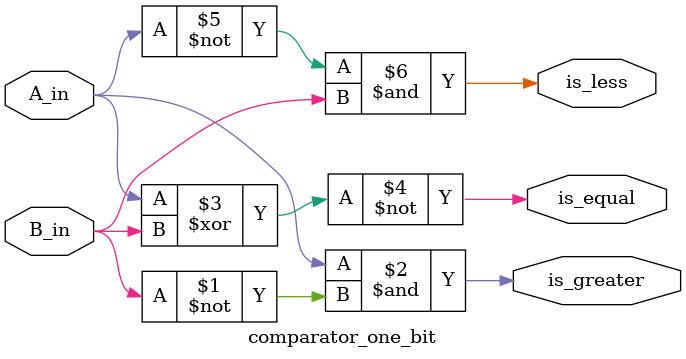
<source format=sv>
`timescale 1ns / 1ps

module comparator_one_bit (
    input logic A_in, B_in,          
    output logic is_greater,         
    output logic is_equal,           
    output logic is_less             
);

    assign is_greater = A_in & ~B_in;
    assign is_equal = ~(A_in ^ B_in);  
    assign is_less = ~A_in & B_in;

endmodule

</source>
